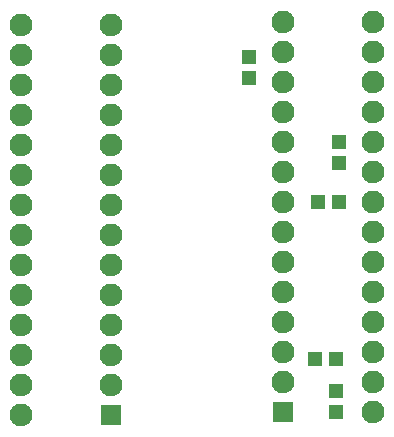
<source format=gbr>
G04 GERBER ASCII OUTPUT FROM: EDWINXP (VER. 1.61 REV. 20080315)*
G04 GERBER FORMAT: RX-274-X*
G04 BOARD: DSPIC_ADAPTER*
G04 ARTWORK OF COMP.MASK POSITIVE*
%ASAXBY*%
%FSLAX23Y23*%
%MIA0B0*%
%MOIN*%
%OFA0.0000B0.0000*%
%SFA1B1*%
%IJA0B0*%
%INLAYER1POS*%
%IOA0B0*%
%IPPOS*%
%IR0*%
G04 APERTURE MACROS*
%AMEDWDONUT*
1,1,$1,$2,$3*
1,0,$4,$2,$3*
%
%AMEDWFRECT*
20,1,$1,$2,$3,$4,$5,$6*
%
%AMEDWORECT*
20,1,$1,$2,$3,$4,$5,$10*
20,1,$1,$4,$5,$6,$7,$10*
20,1,$1,$6,$7,$8,$9,$10*
20,1,$1,$8,$9,$2,$3,$10*
1,1,$1,$2,$3*
1,1,$1,$4,$5*
1,1,$1,$6,$7*
1,1,$1,$8,$9*
%
%AMEDWLINER*
20,1,$1,$2,$3,$4,$5,$6*
1,1,$1,$2,$3*
1,1,$1,$4,$5*
%
%AMEDWFTRNG*
4,1,3,$1,$2,$3,$4,$5,$6,$7,$8,$9*
%
%AMEDWATRNG*
4,1,3,$1,$2,$3,$4,$5,$6,$7,$8,$9*
20,1,$11,$1,$2,$3,$4,$10*
20,1,$11,$3,$4,$5,$6,$10*
20,1,$11,$5,$6,$7,$8,$10*
1,1,$11,$3,$4*
1,1,$11,$5,$6*
1,1,$11,$7,$8*
%
%AMEDWOTRNG*
20,1,$1,$2,$3,$4,$5,$8*
20,1,$1,$4,$5,$6,$7,$8*
20,1,$1,$6,$7,$2,$3,$8*
1,1,$1,$2,$3*
1,1,$1,$4,$5*
1,1,$1,$6,$7*
%
G04*
G04 APERTURE LIST*
%ADD10R,0.0500X0.0460*%
%ADD11R,0.0740X0.0700*%
%ADD12R,0.0440X0.0400*%
%ADD13R,0.0680X0.0640*%
%ADD14R,0.0460X0.0500*%
%ADD15R,0.0700X0.0740*%
%ADD16R,0.0400X0.0440*%
%ADD17R,0.0640X0.0680*%
%ADD18R,0.0700X0.0700*%
%ADD19R,0.0940X0.0940*%
%ADD20R,0.0600X0.0600*%
%ADD21R,0.0840X0.0840*%
%ADD22C,0.0010*%
%ADD24C,0.00197*%
%ADD26C,0.0020*%
%ADD27R,0.0020X0.0020*%
%ADD28C,0.0030*%
%ADD29R,0.0030X0.0030*%
%ADD30C,0.00302*%
%ADD31R,0.00302X0.00302*%
%ADD32C,0.0040*%
%ADD33R,0.0040X0.0040*%
%ADD34C,0.0050*%
%ADD35R,0.0050X0.0050*%
%ADD36C,0.00512*%
%ADD38C,0.00787*%
%ADD39R,0.00787X0.00787*%
%ADD40C,0.0080*%
%ADD42C,0.00889*%
%ADD43R,0.00889X0.00889*%
%ADD44C,0.00984*%
%ADD45R,0.00984X0.00984*%
%ADD46C,0.0100*%
%ADD47R,0.0100X0.0100*%
%ADD48C,0.01181*%
%ADD50C,0.0120*%
%ADD52C,0.0120*%
%ADD54C,0.0130*%
%ADD56C,0.01478*%
%ADD57R,0.01478X0.01478*%
%ADD58C,0.01575*%
%ADD60C,0.01677*%
%ADD61R,0.01677X0.01677*%
%ADD62C,0.01969*%
%ADD63R,0.01969X0.01969*%
%ADD64C,0.0235*%
%ADD65R,0.0235X0.0235*%
%ADD66C,0.02362*%
%ADD68C,0.0240*%
%ADD70C,0.0240*%
%ADD72C,0.02518*%
%ADD73R,0.02518X0.02518*%
%ADD74C,0.02597*%
%ADD76C,0.02602*%
%ADD77R,0.02602X0.02602*%
%ADD78C,0.0290*%
%ADD80C,0.02912*%
%ADD81R,0.02912X0.02912*%
%ADD82C,0.0300*%
%ADD83R,0.0300X0.0300*%
%ADD84C,0.03022*%
%ADD85R,0.03022X0.03022*%
%ADD86C,0.03187*%
%ADD88C,0.0320*%
%ADD90C,0.03274*%
%ADD91R,0.03274X0.03274*%
%ADD92C,0.0350*%
%ADD93R,0.0350X0.0350*%
%ADD94C,0.03581*%
%ADD96C,0.03609*%
%ADD97R,0.03609X0.03609*%
%ADD98C,0.0370*%
%ADD100C,0.03861*%
%ADD101R,0.03861X0.03861*%
%ADD102C,0.03937*%
%ADD103R,0.03937X0.03937*%
%ADD104C,0.03975*%
%ADD106C,0.04029*%
%ADD107R,0.04029X0.04029*%
%ADD108C,0.04077*%
%ADD109R,0.04077X0.04077*%
%ADD110C,0.0470*%
%ADD111R,0.0470X0.0470*%
%ADD112C,0.0475*%
%ADD113R,0.0475X0.0475*%
%ADD114C,0.04762*%
%ADD115R,0.04762X0.04762*%
%ADD116C,0.04784*%
%ADD117R,0.04784X0.04784*%
%ADD118C,0.04918*%
%ADD119R,0.04918X0.04918*%
%ADD120C,0.0500*%
%ADD121R,0.0500X0.0500*%
%ADD122C,0.05002*%
%ADD123R,0.05002X0.05002*%
%ADD124C,0.05036*%
%ADD125R,0.05036X0.05036*%
%ADD126C,0.0512*%
%ADD127R,0.0512X0.0512*%
%ADD128C,0.05422*%
%ADD129R,0.05422X0.05422*%
%ADD130C,0.05451*%
%ADD131R,0.05451X0.05451*%
%ADD132C,0.0560*%
%ADD133R,0.0560X0.0560*%
%ADD134C,0.05674*%
%ADD135R,0.05674X0.05674*%
%ADD136C,0.05906*%
%ADD137R,0.05906X0.05906*%
%ADD138C,0.0600*%
%ADD139R,0.0600X0.0600*%
%ADD140C,0.06009*%
%ADD141R,0.06009X0.06009*%
%ADD142C,0.06127*%
%ADD143R,0.06127X0.06127*%
%ADD144C,0.0620*%
%ADD146C,0.06261*%
%ADD147R,0.06261X0.06261*%
%ADD148C,0.06429*%
%ADD149R,0.06429X0.06429*%
%ADD150C,0.06793*%
%ADD151R,0.06793X0.06793*%
%ADD152C,0.06799*%
%ADD153R,0.06799X0.06799*%
%ADD154C,0.06906*%
%ADD155R,0.06906X0.06906*%
%ADD156C,0.0700*%
%ADD157R,0.0700X0.0700*%
%ADD158C,0.07051*%
%ADD159R,0.07051X0.07051*%
%ADD160C,0.0710*%
%ADD161R,0.0710X0.0710*%
%ADD162C,0.07184*%
%ADD163R,0.07184X0.07184*%
%ADD164C,0.07296*%
%ADD165R,0.07296X0.07296*%
%ADD166C,0.0738*%
%ADD167R,0.0738X0.0738*%
%ADD168C,0.07436*%
%ADD169R,0.07436X0.07436*%
%ADD170C,0.0752*%
%ADD171R,0.0752X0.0752*%
%ADD172C,0.0760*%
%ADD174C,0.07851*%
%ADD175R,0.07851X0.07851*%
%ADD176C,0.07883*%
%ADD177R,0.07883X0.07883*%
%ADD178C,0.0800*%
%ADD179R,0.0800X0.0800*%
%ADD180C,0.08527*%
%ADD181R,0.08527X0.08527*%
%ADD182C,0.0860*%
%ADD184C,0.08646*%
%ADD185R,0.08646X0.08646*%
%ADD186C,0.08981*%
%ADD187R,0.08981X0.08981*%
%ADD188C,0.09193*%
%ADD189R,0.09193X0.09193*%
%ADD190C,0.09199*%
%ADD191R,0.09199X0.09199*%
%ADD192C,0.09451*%
%ADD193R,0.09451X0.09451*%
%ADD194C,0.09696*%
%ADD195R,0.09696X0.09696*%
%ADD196C,0.0978*%
%ADD197R,0.0978X0.0978*%
%ADD198C,0.09811*%
%ADD199R,0.09811X0.09811*%
%ADD200C,0.1000*%
%ADD203R,0.10283X0.10283*%
%ADD205R,0.11046X0.11046*%
%ADD207R,0.11381X0.11381*%
%ADD209R,0.11835X0.11835*%
%ADD211R,0.12211X0.12211*%
%ADD213R,0.12339X0.12339*%
%ADD215R,0.12423X0.12423*%
%ADD217R,0.12842X0.12842*%
%ADD219R,0.13934X0.13934*%
%ADD221R,0.14235X0.14235*%
%ADD223R,0.14507X0.14507*%
%ADD225R,0.14739X0.14739*%
%ADD227R,0.14823X0.14823*%
%ADD229R,0.15242X0.15242*%
%ADD231R,0.16334X0.16334*%
%ADD233R,0.16907X0.16907*%
%ADD235R,0.17039X0.17039*%
%ADD237R,0.19439X0.19439*%
%ADD239R,0.21152X0.21152*%
%ADD241R,0.23552X0.23552*%
%ADD243R,0.26776X0.26776*%
%ADD245R,0.27783X0.27783*%
%ADD247R,0.28035X0.28035*%
%ADD249R,0.29176X0.29176*%
%ADD251R,0.30183X0.30183*%
%ADD253R,0.30435X0.30435*%
%ADD255R,0.49943X0.49943*%
%ADD257R,0.52041X0.52041*%
%ADD259R,0.52209X0.52209*%
%ADD261R,0.52343X0.52343*%
%ADD263R,0.54441X0.54441*%
%ADD265R,0.54609X0.54609*%
%ADD266C,0.64609*%
%ADD267R,0.64609X0.64609*%
%ADD268C,0.74609*%
%ADD269R,0.74609X0.74609*%
%ADD270C,0.84609*%
%ADD271R,0.84609X0.84609*%
%ADD272C,0.94609*%
%ADD273R,0.94609X0.94609*%
%ADD274C,1.04609*%
%ADD275R,1.04609X1.04609*%
%ADD276C,1.14609*%
%ADD277R,1.14609X1.14609*%
%ADD278C,1.24609*%
%ADD279R,1.24609X1.24609*%
%ADD280C,1.34609*%
%ADD281R,1.34609X1.34609*%
%ADD282C,1.44609*%
%ADD283R,1.44609X1.44609*%
%ADD284C,1.54609*%
%ADD285R,1.54609X1.54609*%
%ADD286C,1.64609*%
%ADD287R,1.64609X1.64609*%
%ADD288C,1.74609*%
%ADD289R,1.74609X1.74609*%
%ADD290C,1.84609*%
%ADD291R,1.84609X1.84609*%
%ADD292C,1.94609*%
%ADD293R,1.94609X1.94609*%
G04*
D10* 
X1055Y775D02*D03*
X1125Y775D02*D03*
D14* 
X825Y1188D02*D03*
X825Y1258D02*D03*
D10* 
X1043Y250D02*D03*
X1113Y250D02*D03*
D14* 
X1125Y975D02*D03*
X1125Y905D02*D03*
X1113Y145D02*D03*
X1113Y75D02*D03*
D18* 
X938Y75D02*D03*
D172*
X938Y175D02*D03*
X938Y275D02*D03*
X938Y375D02*D03*
X938Y475D02*D03*
X938Y575D02*D03*
X938Y675D02*D03*
X938Y775D02*D03*
X938Y875D02*D03*
X938Y975D02*D03*
X938Y1075D02*D03*
X938Y1175D02*D03*
X938Y1275D02*D03*
X938Y1375D02*D03*
X1238Y1375D02*D03*
X1238Y1275D02*D03*
X1238Y1175D02*D03*
X1238Y1075D02*D03*
X1238Y975D02*D03*
X1238Y875D02*D03*
X1238Y775D02*D03*
X1238Y675D02*D03*
X1238Y575D02*D03*
X1238Y475D02*D03*
X1238Y375D02*D03*
X1238Y275D02*D03*
X1238Y175D02*D03*
X1238Y75D02*D03*
D18* 
X363Y63D02*D03*
D172*
X363Y163D02*D03*
X363Y263D02*D03*
X363Y363D02*D03*
X363Y463D02*D03*
X363Y563D02*D03*
X363Y663D02*D03*
X363Y763D02*D03*
X363Y863D02*D03*
X363Y963D02*D03*
X363Y1063D02*D03*
X363Y1163D02*D03*
X363Y1263D02*D03*
X363Y1363D02*D03*
X63Y1363D02*D03*
X63Y1263D02*D03*
X63Y1163D02*D03*
X63Y1063D02*D03*
X63Y963D02*D03*
X63Y863D02*D03*
X63Y763D02*D03*
X63Y663D02*D03*
X63Y563D02*D03*
X63Y463D02*D03*
X63Y363D02*D03*
X63Y263D02*D03*
X63Y163D02*D03*
X63Y63D02*D03*
M02*

</source>
